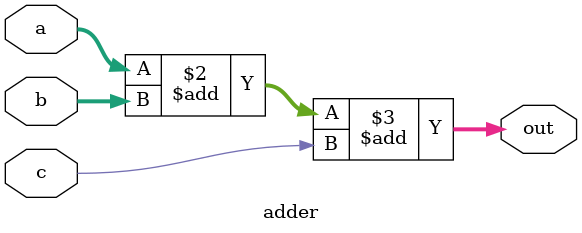
<source format=sv>
`default_nettype none

module adder #(
    parameter int WIDTH = 4
) (
    input var logic [WIDTH - 1:0] a,
    input var logic [WIDTH - 1:0] b,
    input var logic c,
    output var logic [WIDTH:0] out
);

    always_comb begin
        out = a + b + c;
    end

endmodule

</source>
